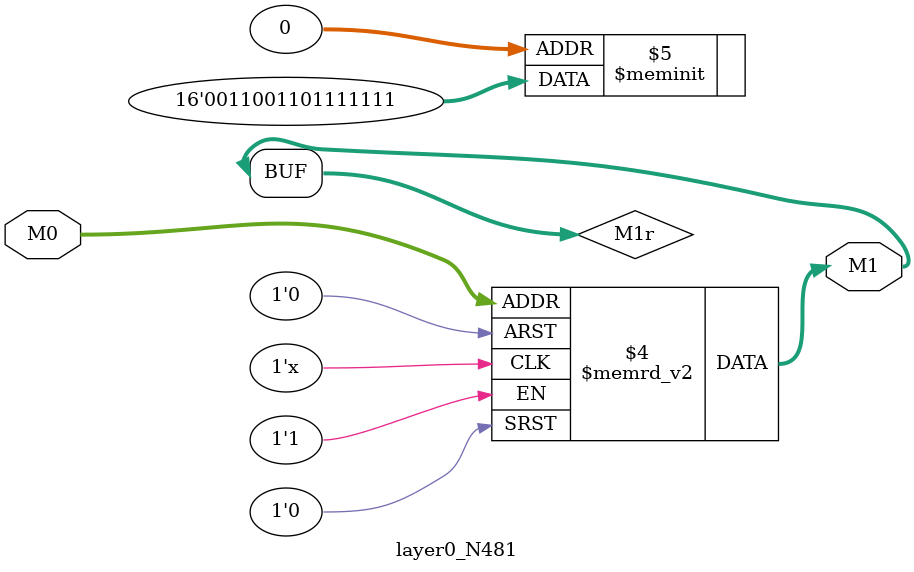
<source format=v>
module layer0_N481 ( input [2:0] M0, output [1:0] M1 );

	(*rom_style = "distributed" *) reg [1:0] M1r;
	assign M1 = M1r;
	always @ (M0) begin
		case (M0)
			3'b000: M1r = 2'b11;
			3'b100: M1r = 2'b11;
			3'b010: M1r = 2'b11;
			3'b110: M1r = 2'b11;
			3'b001: M1r = 2'b11;
			3'b101: M1r = 2'b00;
			3'b011: M1r = 2'b01;
			3'b111: M1r = 2'b00;

		endcase
	end
endmodule

</source>
